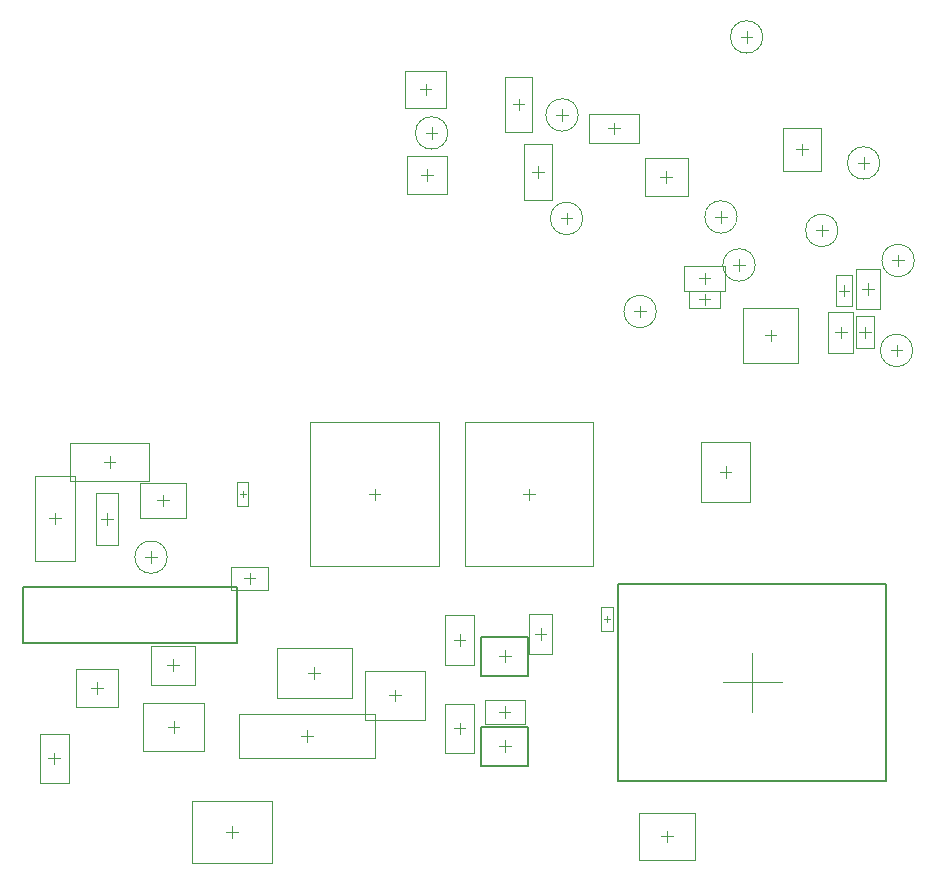
<source format=gbr>
%TF.GenerationSoftware,Altium Limited,Altium Designer,20.0.11 (256)*%
G04 Layer_Color=32768*
%FSLAX26Y26*%
%MOIN*%
%TF.FileFunction,Other,Mechanical_15*%
%TF.Part,Single*%
G01*
G75*
%TA.AperFunction,NonConductor*%
%ADD110C,0.003937*%
%ADD113C,0.007874*%
%ADD162C,0.001968*%
D110*
X885000Y1371280D02*
Y1390965D01*
X875158Y1381122D02*
X894842D01*
X1100000Y555315D02*
Y594685D01*
X1080315Y575000D02*
X1119685D01*
X1878465Y895315D02*
Y934685D01*
X1858780Y915000D02*
X1898150D01*
X1123465Y765315D02*
Y804685D01*
X1103780Y785000D02*
X1143150D01*
X1758465Y820193D02*
Y859807D01*
X1738658Y840000D02*
X1778272D01*
X2405315Y2100000D02*
X2444685D01*
X2425000Y2080315D02*
Y2119685D01*
X2645000Y1890315D02*
Y1929685D01*
X2625315Y1910000D02*
X2664685D01*
X441575Y1469055D02*
Y1508425D01*
X421890Y1488740D02*
X461260D01*
X433000Y1279315D02*
Y1318685D01*
X413315Y1299000D02*
X452685D01*
X260000Y1280315D02*
Y1319685D01*
X240315Y1300000D02*
X279685D01*
X620000Y1340315D02*
Y1379685D01*
X600315Y1360000D02*
X639685D01*
X2872284Y2058878D02*
X2907717D01*
X2890000Y2041162D02*
Y2076595D01*
X2405315Y2030000D02*
X2444685D01*
X2425000Y2010315D02*
Y2049685D01*
X1850315Y2455000D02*
X1889685D01*
X1870000Y2435315D02*
Y2474685D01*
X1840000Y1360315D02*
Y1399685D01*
X1820315Y1380000D02*
X1859685D01*
X634315Y811000D02*
X673685D01*
X654000Y791315D02*
Y830685D01*
X2090157Y965000D02*
X2109843D01*
X2100000Y955158D02*
Y974842D01*
X1480315Y2445000D02*
X1519685D01*
X1500000Y2425315D02*
Y2464685D01*
X2300000Y220315D02*
Y259685D01*
X2280315Y240000D02*
X2319685D01*
X2583465Y655158D02*
Y852402D01*
X2484843Y753779D02*
X2682087D01*
X2796083Y2260000D02*
X2835453D01*
X2815768Y2240315D02*
Y2279685D01*
X2935315Y2485000D02*
X2974685D01*
X2955000Y2465315D02*
Y2504685D01*
X2103509Y2600000D02*
X2142879D01*
X2123194Y2580315D02*
Y2619685D01*
X850000Y235315D02*
Y274685D01*
X830315Y255000D02*
X869685D01*
X908165Y1080315D02*
Y1119685D01*
X888480Y1100000D02*
X927850D01*
X971157Y1060630D02*
Y1139370D01*
X845173D02*
X971157D01*
X845173Y1060630D02*
X971157D01*
X845173D02*
Y1139370D01*
X655000Y585315D02*
Y624685D01*
X635315Y605000D02*
X674685D01*
X2730315Y2530000D02*
X2769685D01*
X2750000Y2510315D02*
Y2549685D01*
X1325000Y1360315D02*
Y1399685D01*
X1305315Y1380000D02*
X1344685D01*
X2520315Y2145000D02*
X2559685D01*
X2540000Y2125315D02*
Y2164685D01*
X3050315Y2160000D02*
X3089685D01*
X3070000Y2140315D02*
Y2179685D01*
X3045315Y1860000D02*
X3084685D01*
X3065000Y1840315D02*
Y1879685D01*
X580000Y1151315D02*
Y1190685D01*
X560315Y1171000D02*
X599685D01*
X1738780Y655000D02*
X1778150D01*
X1758465Y635315D02*
Y674685D01*
X380315Y734723D02*
X419685D01*
X400000Y715038D02*
Y754408D01*
X2297756Y2417716D02*
Y2457087D01*
X2278071Y2437402D02*
X2317441D01*
X2495000Y1435315D02*
Y1474685D01*
X2475315Y1455000D02*
X2514685D01*
X2858815Y1919842D02*
X2898185D01*
X2878500Y1900158D02*
Y1939528D01*
X1588780Y600000D02*
X1628150D01*
X1608465Y580315D02*
Y619685D01*
X1588780Y895000D02*
X1628150D01*
X1608465Y875315D02*
Y914685D01*
X1738658Y540000D02*
X1778272D01*
X1758465Y520193D02*
Y559807D01*
X1373780Y710000D02*
X1413150D01*
X1393465Y690315D02*
Y729685D01*
X2970000Y2045315D02*
Y2084685D01*
X2950315Y2065000D02*
X2989685D01*
X2940315Y1920000D02*
X2979685D01*
X2960000Y1900315D02*
Y1939685D01*
X1785315Y2680000D02*
X1824685D01*
X1805000Y2660315D02*
Y2699685D01*
X1475315Y2730000D02*
X1514685D01*
X1495000Y2710315D02*
Y2749685D01*
X257599Y480315D02*
Y519685D01*
X237913Y500000D02*
X277284D01*
X2545315Y2905000D02*
X2584685D01*
X2565000Y2885315D02*
Y2924685D01*
X2459886Y2305000D02*
X2499256D01*
X2479571Y2285315D02*
Y2324685D01*
X2210000Y1970315D02*
Y2009685D01*
X2190315Y1990000D02*
X2229685D01*
X1950000Y2625315D02*
Y2664685D01*
X1930315Y2645000D02*
X1969685D01*
X1945315Y2300000D02*
X1984685D01*
X1965000Y2280315D02*
Y2319685D01*
X1495315Y2585000D02*
X1534685D01*
X1515000Y2565315D02*
Y2604685D01*
D113*
X1837992Y773976D02*
Y906024D01*
X1678937D02*
X1837992D01*
X1678937Y773976D02*
X1837992D01*
X1678937D02*
Y906024D01*
X867402Y885827D02*
Y1070866D01*
X154803D02*
X867402D01*
X154803Y885827D02*
X867402D01*
X154803D02*
Y1070866D01*
X3030315Y425039D02*
Y1082520D01*
X2136614D02*
X3030315D01*
X2136614Y425039D02*
X3030315D01*
X2136614D02*
Y1082520D01*
X1678937Y473976D02*
X1837992D01*
X1678937D02*
Y606024D01*
X1837992D01*
Y473976D02*
Y606024D01*
D162*
X2869705Y2260000D02*
G03*
X2869705Y2260000I-53937J0D01*
G01*
X3008937Y2485000D02*
G03*
X3008937Y2485000I-53937J0D01*
G01*
X2593937Y2145000D02*
G03*
X2593937Y2145000I-53937J0D01*
G01*
X3123937Y2160000D02*
G03*
X3123937Y2160000I-53937J0D01*
G01*
X3118937Y1860000D02*
G03*
X3118937Y1860000I-53937J0D01*
G01*
X633937Y1171000D02*
G03*
X633937Y1171000I-53937J0D01*
G01*
X2618937Y2905000D02*
G03*
X2618937Y2905000I-53937J0D01*
G01*
X2533508Y2305000D02*
G03*
X2533508Y2305000I-53937J0D01*
G01*
X2263937Y1990000D02*
G03*
X2263937Y1990000I-53937J0D01*
G01*
X2003937Y2645000D02*
G03*
X2003937Y2645000I-53937J0D01*
G01*
X2018937Y2300000D02*
G03*
X2018937Y2300000I-53937J0D01*
G01*
X1568937Y2585000D02*
G03*
X1568937Y2585000I-53937J0D01*
G01*
X865315Y1341752D02*
Y1420492D01*
Y1341752D02*
X904685D01*
X865315Y1420492D02*
X904685D01*
Y1341752D02*
Y1420492D01*
X1327756Y502165D02*
Y647835D01*
X871850D02*
X1327756D01*
X871850Y502165D02*
X1327756D01*
X871850D02*
Y647835D01*
X1917835Y848071D02*
Y981929D01*
X1839094D02*
X1917835D01*
X1839094Y848071D02*
X1917835D01*
X1839094D02*
Y981929D01*
X1248465Y702323D02*
Y867677D01*
X998465D02*
X1248465D01*
X998465Y702323D02*
X1248465D01*
X998465D02*
Y867677D01*
X2491929Y2058662D02*
Y2141339D01*
X2358071D02*
X2491929D01*
X2358071Y2058662D02*
X2491929D01*
X2358071D02*
Y2141339D01*
X2736535Y1818465D02*
Y2001535D01*
X2553465D02*
X2736535D01*
X2553465Y1818465D02*
X2736535D01*
X2553465D02*
Y2001535D01*
X573465Y1425748D02*
Y1551732D01*
X309685Y1551732D02*
X573465D01*
X309685Y1425748D02*
X573465D01*
X309685Y1425748D02*
Y1551732D01*
X468433Y1212780D02*
Y1385220D01*
X397567D02*
X468433D01*
X397567Y1212780D02*
X468433D01*
X397567D02*
Y1385220D01*
X327716Y1158071D02*
Y1441929D01*
X192284D02*
X327716D01*
X192284Y1158071D02*
X327716D01*
X192284D02*
Y1441929D01*
X696772Y1302913D02*
Y1417087D01*
X543228D02*
X696772D01*
X543228Y1302913D02*
X696772D01*
X543228D02*
Y1417087D01*
X2917559Y2007697D02*
Y2110059D01*
X2862441D02*
X2917559D01*
X2862441Y2007697D02*
X2917559D01*
X2862441D02*
Y2110059D01*
X2478150Y2000472D02*
Y2059528D01*
X2371850D02*
X2478150D01*
X2371850Y2000472D02*
X2478150D01*
X2371850D02*
Y2059528D01*
X1915275Y2362480D02*
Y2547520D01*
X1824724D02*
X1915275D01*
X1824724Y2362480D02*
X1915275D01*
X1824724D02*
Y2547520D01*
X2054567Y1139842D02*
Y1620158D01*
X1625433Y1139842D02*
X2054567D01*
X1625433D02*
Y1620158D01*
X2054567D01*
X726835Y746039D02*
Y875961D01*
X581165D02*
X726835D01*
X581165Y746039D02*
X726835D01*
X581165D02*
Y875961D01*
X2119685Y925630D02*
Y1004370D01*
X2080315D02*
X2119685D01*
X2080315Y925630D02*
X2119685D01*
X2080315D02*
Y1004370D01*
X1566929Y2382008D02*
Y2507992D01*
X1433071D02*
X1566929D01*
X1433071Y2382008D02*
X1566929D01*
X1433071D02*
Y2507992D01*
X2392520Y161260D02*
Y318740D01*
X2207480D02*
X2392520D01*
X2207480Y161260D02*
X2392520D01*
X2207480D02*
Y318740D01*
X2205871Y2550787D02*
Y2649213D01*
X2040517D02*
X2205871D01*
X2040517Y2550787D02*
X2205871D01*
X2040517D02*
Y2649213D01*
X983858Y152638D02*
Y357362D01*
X716142D02*
X983858D01*
X716142Y152638D02*
X983858D01*
X716142D02*
Y357362D01*
X755394Y524291D02*
Y685709D01*
X554606D02*
X755394D01*
X554606Y524291D02*
X755394D01*
X554606D02*
Y685709D01*
X2812992Y2459134D02*
Y2600866D01*
X2687008D02*
X2812992D01*
X2687008Y2459134D02*
X2812992D01*
X2687008D02*
Y2600866D01*
X1539567Y1139842D02*
Y1620158D01*
X1110433Y1139842D02*
X1539567D01*
X1110433D02*
Y1620158D01*
X1539567D01*
X1691535Y615630D02*
Y694370D01*
X1825394Y615630D02*
Y694370D01*
X1691535D02*
X1825394D01*
X1691535Y615630D02*
X1825394D01*
X470866Y671731D02*
Y797715D01*
X329134Y671731D02*
Y797715D01*
Y671731D02*
X470866D01*
X329134Y797715D02*
X470866D01*
X2226890Y2500394D02*
X2368622D01*
X2226890Y2374409D02*
X2368622D01*
X2226890D02*
Y2500394D01*
X2368622Y2374409D02*
Y2500394D01*
X2414291Y1555394D02*
X2575709D01*
X2414291Y1354606D02*
X2575709D01*
Y1555394D01*
X2414291Y1354606D02*
Y1555394D01*
X2837161Y1852913D02*
Y1986772D01*
X2919838Y1852913D02*
Y1986772D01*
X2837161Y1852913D02*
X2919838D01*
X2837161Y1986772D02*
X2919838D01*
X1559252Y517323D02*
Y682677D01*
X1657677Y517323D02*
Y682677D01*
X1559252Y517323D02*
X1657677D01*
X1559252Y682677D02*
X1657677D01*
X1559252Y812323D02*
Y977677D01*
X1657677Y812323D02*
Y977677D01*
X1559252Y812323D02*
X1657677D01*
X1559252Y977677D02*
X1657677D01*
X1493858Y629291D02*
Y790709D01*
X1293071Y629291D02*
Y790709D01*
Y629291D02*
X1493858D01*
X1293071Y790709D02*
X1493858D01*
X2928661Y2131929D02*
X3011338D01*
X2928661Y1998071D02*
X3011338D01*
Y2131929D01*
X2928661Y1998071D02*
Y2131929D01*
X2989528Y1866850D02*
Y1973150D01*
X2930472Y1866850D02*
Y1973150D01*
X2989528D01*
X2930472Y1866850D02*
X2989528D01*
X1850275Y2587480D02*
Y2772520D01*
X1759724Y2587480D02*
Y2772520D01*
X1850275D01*
X1759724Y2587480D02*
X1850275D01*
X1561929Y2667008D02*
Y2792992D01*
X1428071Y2667008D02*
X1561929D01*
X1428071D02*
Y2792992D01*
X1561929D01*
X208386Y582677D02*
X306811D01*
X208386Y417323D02*
X306811D01*
Y582677D01*
X208386Y417323D02*
Y582677D01*
%TF.MD5,328a7646caab8b6b01fa7bd1363b8649*%
M02*

</source>
